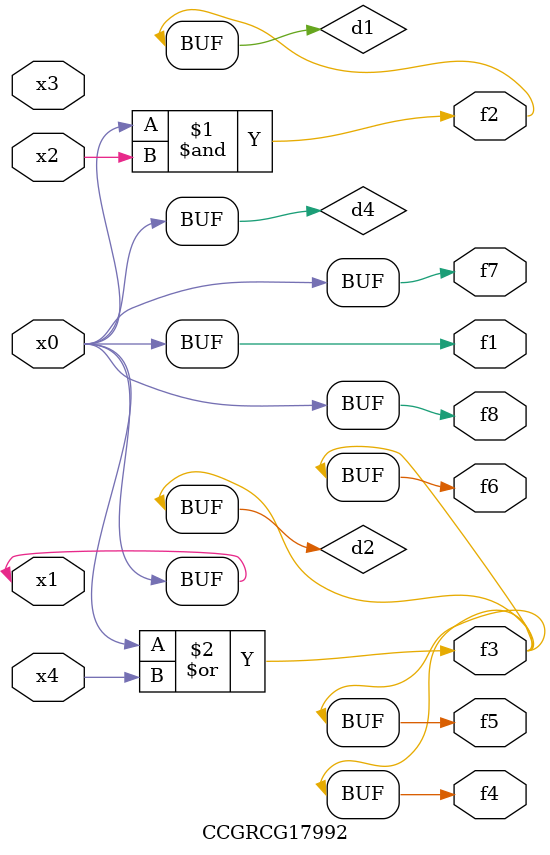
<source format=v>
module CCGRCG17992(
	input x0, x1, x2, x3, x4,
	output f1, f2, f3, f4, f5, f6, f7, f8
);

	wire d1, d2, d3, d4;

	and (d1, x0, x2);
	or (d2, x0, x4);
	nand (d3, x0, x2);
	buf (d4, x0, x1);
	assign f1 = d4;
	assign f2 = d1;
	assign f3 = d2;
	assign f4 = d2;
	assign f5 = d2;
	assign f6 = d2;
	assign f7 = d4;
	assign f8 = d4;
endmodule

</source>
